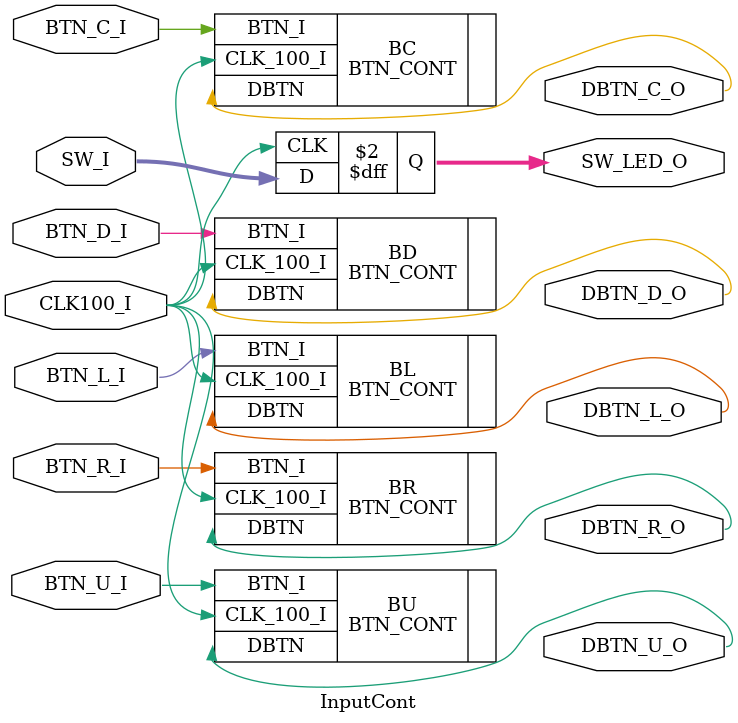
<source format=v>
`timescale 1ns / 1ps





/////////////////////////////////////////////////////////////////////////////

module InputCont(
    input CLK100_I,
    input [15:0] SW_I,
    input BTN_C_I,
    input BTN_U_I,
    input BTN_L_I,
    input BTN_R_I,
    input BTN_D_I,
    
    output  DBTN_C_O,
    output  DBTN_U_O,
    output  DBTN_L_O,
    output  DBTN_R_O,
    output  DBTN_D_O,
    output reg [15:0] SW_LED_O
    );



always @ (posedge CLK100_I)
begin
        SW_LED_O <= SW_I[15:0];     
end



// Button Debounce 

BTN_CONT BC(
    .CLK_100_I(CLK100_I),
    .BTN_I(BTN_C_I), // 0 Center 1 Up 2 Left 3 Right 4 Down
    .DBTN(DBTN_C_O)
    );
    

BTN_CONT BU(
    .CLK_100_I(CLK100_I),
    .BTN_I(BTN_U_I), // 0 Center 1 Up 2 Left 3 Right 4 Down
    .DBTN(DBTN_U_O)
    );

BTN_CONT BL(
    .CLK_100_I(CLK100_I),
    .BTN_I(BTN_L_I), // 0 Center 1 Up 2 Left 3 Right 4 Down
    .DBTN(DBTN_L_O)
    ); 

BTN_CONT BR(
    .CLK_100_I(CLK100_I),
    .BTN_I(BTN_R_I), // 0 Center 1 Up 2 Left 3 Right 4 Down
    .DBTN(DBTN_R_O)
    );

BTN_CONT BD(
    .CLK_100_I(CLK100_I),
    .BTN_I(BTN_D_I), // 0 Center 1 Up 2 Left 3 Right 4 Down
    .DBTN(DBTN_D_O)
    );       


endmodule

</source>
